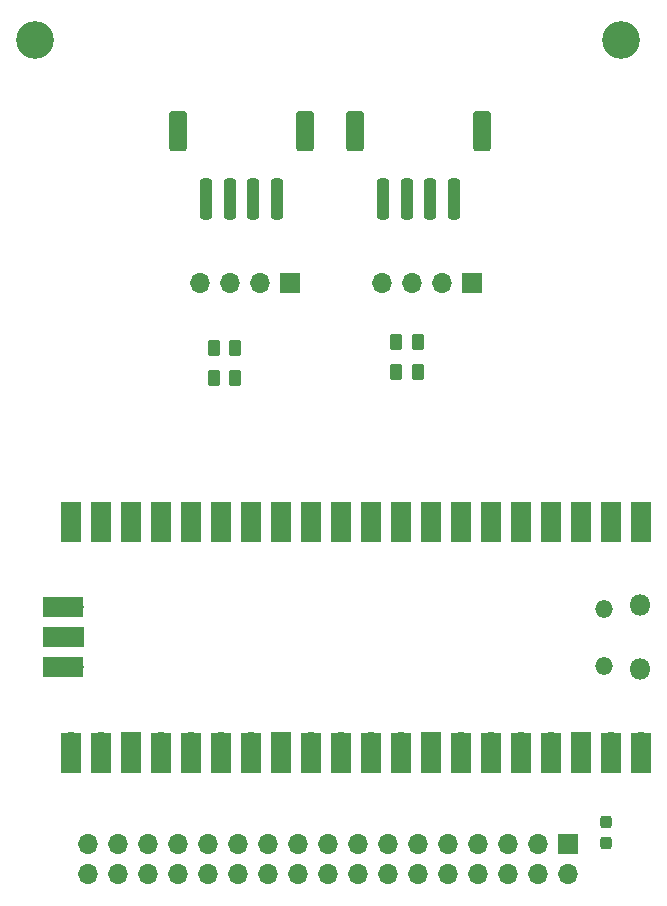
<source format=gbr>
%TF.GenerationSoftware,KiCad,Pcbnew,(6.0.8)*%
%TF.CreationDate,2022-11-01T15:17:05-07:00*%
%TF.ProjectId,RioPicoBridge,52696f50-6963-46f4-9272-696467652e6b,rev?*%
%TF.SameCoordinates,Original*%
%TF.FileFunction,Soldermask,Top*%
%TF.FilePolarity,Negative*%
%FSLAX46Y46*%
G04 Gerber Fmt 4.6, Leading zero omitted, Abs format (unit mm)*
G04 Created by KiCad (PCBNEW (6.0.8)) date 2022-11-01 15:17:05*
%MOMM*%
%LPD*%
G01*
G04 APERTURE LIST*
G04 Aperture macros list*
%AMRoundRect*
0 Rectangle with rounded corners*
0 $1 Rounding radius*
0 $2 $3 $4 $5 $6 $7 $8 $9 X,Y pos of 4 corners*
0 Add a 4 corners polygon primitive as box body*
4,1,4,$2,$3,$4,$5,$6,$7,$8,$9,$2,$3,0*
0 Add four circle primitives for the rounded corners*
1,1,$1+$1,$2,$3*
1,1,$1+$1,$4,$5*
1,1,$1+$1,$6,$7*
1,1,$1+$1,$8,$9*
0 Add four rect primitives between the rounded corners*
20,1,$1+$1,$2,$3,$4,$5,0*
20,1,$1+$1,$4,$5,$6,$7,0*
20,1,$1+$1,$6,$7,$8,$9,0*
20,1,$1+$1,$8,$9,$2,$3,0*%
G04 Aperture macros list end*
%ADD10RoundRect,0.237500X-0.237500X0.287500X-0.237500X-0.287500X0.237500X-0.287500X0.237500X0.287500X0*%
%ADD11RoundRect,0.250000X-0.262500X-0.450000X0.262500X-0.450000X0.262500X0.450000X-0.262500X0.450000X0*%
%ADD12O,1.700000X1.700000*%
%ADD13R,1.700000X1.700000*%
%ADD14C,3.200000*%
%ADD15R,3.500000X1.700000*%
%ADD16R,1.700000X3.500000*%
%ADD17O,1.500000X1.500000*%
%ADD18O,1.800000X1.800000*%
%ADD19RoundRect,0.250001X0.499999X1.449999X-0.499999X1.449999X-0.499999X-1.449999X0.499999X-1.449999X0*%
%ADD20RoundRect,0.250000X0.250000X1.500000X-0.250000X1.500000X-0.250000X-1.500000X0.250000X-1.500000X0*%
G04 APERTURE END LIST*
D10*
%TO.C,D1*%
X51850000Y-69625000D03*
X51850000Y-71375000D03*
%TD*%
D11*
%TO.C,R4*%
X34087500Y-31500000D03*
X35912500Y-31500000D03*
%TD*%
%TO.C,R3*%
X34087500Y-29000000D03*
X35912500Y-29000000D03*
%TD*%
%TO.C,R2*%
X18650000Y-29500000D03*
X20475000Y-29500000D03*
%TD*%
%TO.C,R1*%
X18637500Y-32000000D03*
X20462500Y-32000000D03*
%TD*%
D12*
%TO.C,J5*%
X7985000Y-74050000D03*
X7985000Y-71510000D03*
X10525000Y-74050000D03*
X10525000Y-71510000D03*
X13065000Y-74050000D03*
X13065000Y-71510000D03*
X15605000Y-74050000D03*
X15605000Y-71510000D03*
X18145000Y-74050000D03*
X18145000Y-71510000D03*
X20685000Y-74050000D03*
X20685000Y-71510000D03*
X23225000Y-74050000D03*
X23225000Y-71510000D03*
X25765000Y-74050000D03*
X25765000Y-71510000D03*
X28305000Y-74050000D03*
X28305000Y-71510000D03*
X30845000Y-74050000D03*
X30845000Y-71510000D03*
X33385000Y-74050000D03*
X33385000Y-71510000D03*
X35925000Y-74050000D03*
X35925000Y-71510000D03*
X38465000Y-74050000D03*
X38465000Y-71510000D03*
X41005000Y-74050000D03*
X41005000Y-71510000D03*
X43545000Y-74050000D03*
X43545000Y-71510000D03*
X46085000Y-74050000D03*
X46085000Y-71510000D03*
X48625000Y-74050000D03*
D13*
X48625000Y-71510000D03*
%TD*%
D14*
%TO.C,H2*%
X3505200Y-3429000D03*
%TD*%
%TO.C,H1*%
X53136800Y-3429000D03*
%TD*%
D15*
%TO.C,U1*%
X5934000Y-56515000D03*
D12*
X6834000Y-56515000D03*
D15*
X5934000Y-53975000D03*
D13*
X6834000Y-53975000D03*
D12*
X6834000Y-51435000D03*
D15*
X5934000Y-51435000D03*
D16*
X54864000Y-63765000D03*
D12*
X54864000Y-62865000D03*
X52324000Y-62865000D03*
D16*
X52324000Y-63765000D03*
D13*
X49784000Y-62865000D03*
D16*
X49784000Y-63765000D03*
D12*
X47244000Y-62865000D03*
D16*
X47244000Y-63765000D03*
X44704000Y-63765000D03*
D12*
X44704000Y-62865000D03*
X42164000Y-62865000D03*
D16*
X42164000Y-63765000D03*
D12*
X39624000Y-62865000D03*
D16*
X39624000Y-63765000D03*
D13*
X37084000Y-62865000D03*
D16*
X37084000Y-63765000D03*
X34544000Y-63765000D03*
D12*
X34544000Y-62865000D03*
D16*
X32004000Y-63765000D03*
D12*
X32004000Y-62865000D03*
X29464000Y-62865000D03*
D16*
X29464000Y-63765000D03*
X26924000Y-63765000D03*
D12*
X26924000Y-62865000D03*
D16*
X24384000Y-63765000D03*
D13*
X24384000Y-62865000D03*
D16*
X21844000Y-63765000D03*
D12*
X21844000Y-62865000D03*
X19304000Y-62865000D03*
D16*
X19304000Y-63765000D03*
D12*
X16764000Y-62865000D03*
D16*
X16764000Y-63765000D03*
X14224000Y-63765000D03*
D12*
X14224000Y-62865000D03*
D13*
X11684000Y-62865000D03*
D16*
X11684000Y-63765000D03*
D12*
X9144000Y-62865000D03*
D16*
X9144000Y-63765000D03*
D12*
X6604000Y-62865000D03*
D16*
X6604000Y-63765000D03*
D12*
X6604000Y-45085000D03*
D16*
X6604000Y-44185000D03*
X9144000Y-44185000D03*
D12*
X9144000Y-45085000D03*
D13*
X11684000Y-45085000D03*
D16*
X11684000Y-44185000D03*
D12*
X14224000Y-45085000D03*
D16*
X14224000Y-44185000D03*
D12*
X16764000Y-45085000D03*
D16*
X16764000Y-44185000D03*
X19304000Y-44185000D03*
D12*
X19304000Y-45085000D03*
X21844000Y-45085000D03*
D16*
X21844000Y-44185000D03*
X24384000Y-44185000D03*
D13*
X24384000Y-45085000D03*
D16*
X26924000Y-44185000D03*
D12*
X26924000Y-45085000D03*
X29464000Y-45085000D03*
D16*
X29464000Y-44185000D03*
X32004000Y-44185000D03*
D12*
X32004000Y-45085000D03*
X34544000Y-45085000D03*
D16*
X34544000Y-44185000D03*
X37084000Y-44185000D03*
D13*
X37084000Y-45085000D03*
D12*
X39624000Y-45085000D03*
D16*
X39624000Y-44185000D03*
X42164000Y-44185000D03*
D12*
X42164000Y-45085000D03*
D16*
X44704000Y-44185000D03*
D12*
X44704000Y-45085000D03*
D16*
X47244000Y-44185000D03*
D12*
X47244000Y-45085000D03*
D13*
X49784000Y-45085000D03*
D16*
X49784000Y-44185000D03*
X52324000Y-44185000D03*
D12*
X52324000Y-45085000D03*
D16*
X54864000Y-44185000D03*
D12*
X54864000Y-45085000D03*
D17*
X51704000Y-56400000D03*
X51704000Y-51550000D03*
D18*
X54734000Y-51250000D03*
X54734000Y-56700000D03*
%TD*%
D19*
%TO.C,J4*%
X26350000Y-11100000D03*
X15650000Y-11100000D03*
D20*
X18000000Y-16850000D03*
X20000000Y-16850000D03*
X22000000Y-16850000D03*
X24000000Y-16850000D03*
%TD*%
D19*
%TO.C,J3*%
X41350000Y-11100000D03*
X30650000Y-11100000D03*
D20*
X33000000Y-16850000D03*
X35000000Y-16850000D03*
X37000000Y-16850000D03*
X39000000Y-16850000D03*
%TD*%
D12*
%TO.C,J2*%
X17460000Y-24000000D03*
X20000000Y-24000000D03*
X22540000Y-24000000D03*
D13*
X25080000Y-24000000D03*
%TD*%
D12*
%TO.C,J1*%
X32920000Y-24000000D03*
X35460000Y-24000000D03*
X38000000Y-24000000D03*
D13*
X40540000Y-24000000D03*
%TD*%
M02*

</source>
